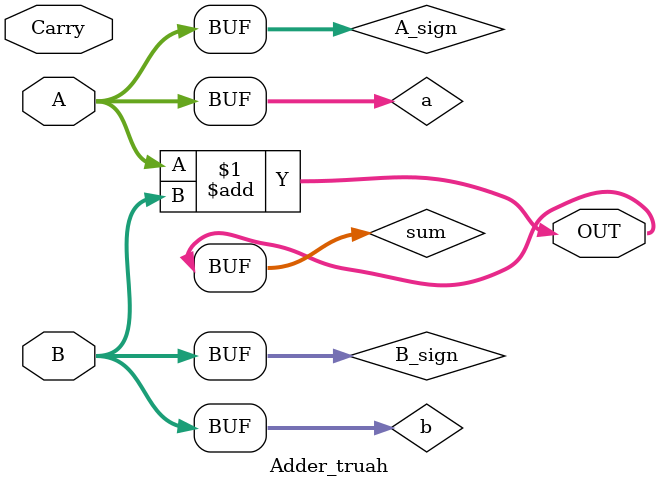
<source format=v>
`define max(a,b) ((a) > (b) ? (a) : (b))

module Adder_truah #(
	parameter 	IGNORE_BIT = 0,				//LSB BITS
	parameter 	WIDTH_A = 16,
	parameter 	WIDTH_B = 16
)(
	input	wire	[WIDTH_A-1:0]			A,
	input	wire	[WIDTH_B-1:0]			B,
	input	wire					Carry,	//do not use Carry

	output	wire	[`max(WIDTH_A, WIDTH_B)-1:0]	OUT
);

	parameter BITS 		= `max(WIDTH_A, WIDTH_B);

	wire	signed	[BITS-1:0]			a, b;
	wire	signed	[BITS-1:0]			A_sign, B_sign;
	wire	signed	[BITS-1:0]			sum;

	//Sign Extend
	assign	a = {{{BITS-WIDTH_A}{A[WIDTH_A-1]}}, A};	
	assign	b = {{{BITS-WIDTH_B}{B[WIDTH_B-1]}}, B};	

	generate
		if(IGNORE_BIT > 0) begin
			assign A_sign	=	{{a[BITS-1:IGNORE_BIT]}, {IGNORE_BIT{1'b1}}};
			assign B_sign	=	{{b[BITS-1:IGNORE_BIT]}, {IGNORE_BIT{1'b0}}};
		end
		else begin
			assign A_sign	=	a;
			assign B_sign	=	b;
		end
	endgenerate

	assign	sum = A_sign + B_sign;
	assign 	OUT = sum;
endmodule
</source>
